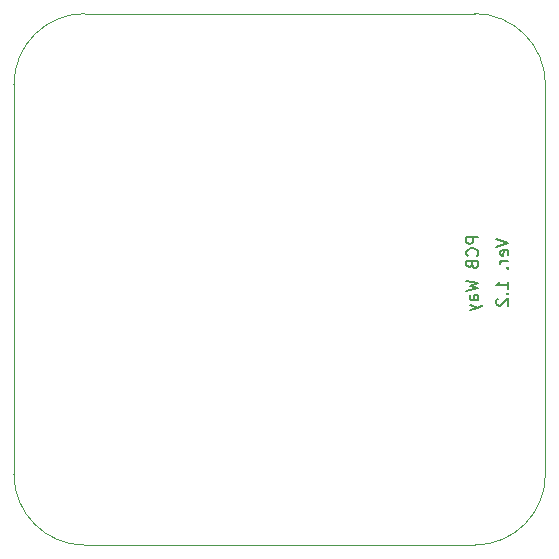
<source format=gbr>
%TF.GenerationSoftware,KiCad,Pcbnew,(6.0.6)*%
%TF.CreationDate,2023-02-06T16:26:42-08:00*%
%TF.ProjectId,PIC10F200 PCB,50494331-3046-4323-9030-205043422e6b,rev?*%
%TF.SameCoordinates,Original*%
%TF.FileFunction,Legend,Bot*%
%TF.FilePolarity,Positive*%
%FSLAX46Y46*%
G04 Gerber Fmt 4.6, Leading zero omitted, Abs format (unit mm)*
G04 Created by KiCad (PCBNEW (6.0.6)) date 2023-02-06 16:26:42*
%MOMM*%
%LPD*%
G01*
G04 APERTURE LIST*
%ADD10C,0.150000*%
%TA.AperFunction,Profile*%
%ADD11C,0.100000*%
%TD*%
G04 APERTURE END LIST*
D10*
X151852380Y-91059272D02*
X152852380Y-91392605D01*
X151852380Y-91725939D01*
X152804761Y-92440225D02*
X152852380Y-92344986D01*
X152852380Y-92154510D01*
X152804761Y-92059272D01*
X152709523Y-92011653D01*
X152328571Y-92011653D01*
X152233333Y-92059272D01*
X152185714Y-92154510D01*
X152185714Y-92344986D01*
X152233333Y-92440225D01*
X152328571Y-92487844D01*
X152423809Y-92487844D01*
X152519047Y-92011653D01*
X152852380Y-92916415D02*
X152185714Y-92916415D01*
X152376190Y-92916415D02*
X152280952Y-92964034D01*
X152233333Y-93011653D01*
X152185714Y-93106891D01*
X152185714Y-93202129D01*
X152757142Y-93535463D02*
X152804761Y-93583082D01*
X152852380Y-93535463D01*
X152804761Y-93487844D01*
X152757142Y-93535463D01*
X152852380Y-93535463D01*
X152852380Y-95297367D02*
X152852380Y-94725939D01*
X152852380Y-95011653D02*
X151852380Y-95011653D01*
X151995238Y-94916415D01*
X152090476Y-94821177D01*
X152138095Y-94725939D01*
X152757142Y-95725939D02*
X152804761Y-95773558D01*
X152852380Y-95725939D01*
X152804761Y-95678320D01*
X152757142Y-95725939D01*
X152852380Y-95725939D01*
X151947619Y-96154510D02*
X151900000Y-96202129D01*
X151852380Y-96297367D01*
X151852380Y-96535463D01*
X151900000Y-96630701D01*
X151947619Y-96678320D01*
X152042857Y-96725939D01*
X152138095Y-96725939D01*
X152280952Y-96678320D01*
X152852380Y-96106891D01*
X152852380Y-96725939D01*
D11*
X111000000Y-111000000D02*
G75*
G03*
X117000000Y-117000000I6000000J0D01*
G01*
X156000000Y-78000000D02*
G75*
G03*
X150000000Y-72000000I-6000000J0D01*
G01*
X150000000Y-117000000D02*
X117000000Y-117000000D01*
X150000000Y-117000000D02*
G75*
G03*
X156000000Y-111000000I0J6000000D01*
G01*
X117000000Y-72000000D02*
G75*
G03*
X111000000Y-78000000I0J-6000000D01*
G01*
X117000000Y-72000000D02*
X150000000Y-72000000D01*
X111000000Y-111000000D02*
X111000000Y-78000000D01*
X156000000Y-78000000D02*
X156000000Y-111000000D01*
D10*
X150312380Y-90932380D02*
X149312380Y-90932380D01*
X149312380Y-91313333D01*
X149360000Y-91408571D01*
X149407619Y-91456190D01*
X149502857Y-91503809D01*
X149645714Y-91503809D01*
X149740952Y-91456190D01*
X149788571Y-91408571D01*
X149836190Y-91313333D01*
X149836190Y-90932380D01*
X150217142Y-92503809D02*
X150264761Y-92456190D01*
X150312380Y-92313333D01*
X150312380Y-92218095D01*
X150264761Y-92075238D01*
X150169523Y-91980000D01*
X150074285Y-91932380D01*
X149883809Y-91884761D01*
X149740952Y-91884761D01*
X149550476Y-91932380D01*
X149455238Y-91980000D01*
X149360000Y-92075238D01*
X149312380Y-92218095D01*
X149312380Y-92313333D01*
X149360000Y-92456190D01*
X149407619Y-92503809D01*
X149788571Y-93265714D02*
X149836190Y-93408571D01*
X149883809Y-93456190D01*
X149979047Y-93503809D01*
X150121904Y-93503809D01*
X150217142Y-93456190D01*
X150264761Y-93408571D01*
X150312380Y-93313333D01*
X150312380Y-92932380D01*
X149312380Y-92932380D01*
X149312380Y-93265714D01*
X149360000Y-93360952D01*
X149407619Y-93408571D01*
X149502857Y-93456190D01*
X149598095Y-93456190D01*
X149693333Y-93408571D01*
X149740952Y-93360952D01*
X149788571Y-93265714D01*
X149788571Y-92932380D01*
X149312380Y-94599047D02*
X150312380Y-94837142D01*
X149598095Y-95027619D01*
X150312380Y-95218095D01*
X149312380Y-95456190D01*
X150312380Y-96265714D02*
X149788571Y-96265714D01*
X149693333Y-96218095D01*
X149645714Y-96122857D01*
X149645714Y-95932380D01*
X149693333Y-95837142D01*
X150264761Y-96265714D02*
X150312380Y-96170476D01*
X150312380Y-95932380D01*
X150264761Y-95837142D01*
X150169523Y-95789523D01*
X150074285Y-95789523D01*
X149979047Y-95837142D01*
X149931428Y-95932380D01*
X149931428Y-96170476D01*
X149883809Y-96265714D01*
X149645714Y-96646666D02*
X150312380Y-96884761D01*
X149645714Y-97122857D02*
X150312380Y-96884761D01*
X150550476Y-96789523D01*
X150598095Y-96741904D01*
X150645714Y-96646666D01*
M02*

</source>
